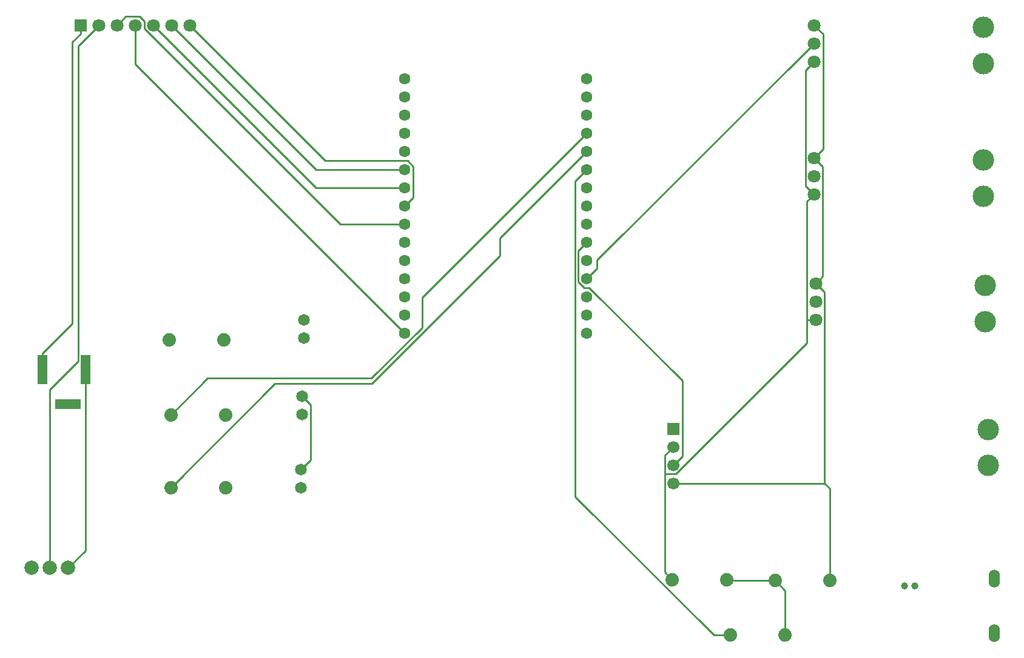
<source format=gbl>
G04 Layer: BottomLayer*
G04 EasyEDA v6.5.42, 2024-05-04 09:00:08*
G04 1b880a871dba45ccba3123794a0e531b,10*
G04 Gerber Generator version 0.2*
G04 Scale: 100 percent, Rotated: No, Reflected: No *
G04 Dimensions in millimeters *
G04 leading zeros omitted , absolute positions ,4 integer and 5 decimal *
%FSLAX45Y45*%
%MOMM*%

%AMMACRO1*21,1,$1,$2,0,0,$3*%
%ADD10C,0.2540*%
%ADD11C,1.0000*%
%ADD12C,1.6510*%
%ADD13C,1.8796*%
%ADD14C,1.6000*%
%ADD15C,3.0000*%
%ADD16R,1.7000X1.7000*%
%ADD17C,1.7000*%
%ADD18C,1.8000*%
%ADD19C,2.0000*%
%ADD20O,1.524X2.54*%
%ADD21MACRO1,1.4X3.999X0.0000*%
%ADD22MACRO1,1.4X3.5004X90.0000*%
%ADD23R,1.8000X1.8000*%

%LPD*%
D10*
X3264029Y4305683D02*
G01*
X3264029Y3759075D01*
X7023102Y2D01*
X7023102Y1524002D02*
G01*
X6129428Y1524002D01*
X3391207Y4262224D01*
X3391207Y4361309D01*
X3325853Y4426663D01*
X3131771Y4426663D01*
X3010029Y4304921D01*
X4025775Y4304921D02*
G01*
X5917694Y2413002D01*
X7062167Y2413002D01*
X7142279Y2332890D01*
X7142279Y1897179D01*
X7023102Y1778002D01*
X3517775Y4305175D02*
G01*
X5790948Y2032002D01*
X7023102Y2032002D01*
X3771775Y4305175D02*
G01*
X5790948Y2286002D01*
X7023102Y2286002D01*
X2565402Y-508048D02*
G01*
X2565402Y-3035297D01*
X2324102Y-3276597D01*
X10769602Y-1841497D02*
G01*
X10897491Y-1713608D01*
X10897491Y-661769D01*
X9600719Y635002D01*
X9527847Y635002D01*
X9444865Y717984D01*
X9444865Y1151765D01*
X9563102Y1270002D01*
X12738102Y4051302D02*
G01*
X9709000Y1022200D01*
X9709000Y907900D01*
X9563102Y762002D01*
X9563102Y2794002D02*
G01*
X7266485Y497385D01*
X7266485Y78132D01*
X6559704Y-628647D01*
X4273552Y-628647D01*
X3759202Y-1142997D01*
X9563102Y2286002D02*
G01*
X9403895Y2126795D01*
X9403895Y-2280892D01*
X11339400Y-4216397D01*
X11569702Y-4216397D01*
X2756029Y4304921D02*
G01*
X2467307Y4016199D01*
X2467307Y-391055D01*
X2070102Y-788261D01*
X2070102Y-3276597D01*
X12738102Y2451102D02*
G01*
X12861013Y2574013D01*
X12861013Y4182391D01*
X12738102Y4305302D01*
X12763502Y698502D02*
G01*
X12860200Y795200D01*
X12860200Y2329004D01*
X12738102Y2451102D01*
X12763502Y698502D02*
G01*
X12882552Y579452D01*
X12882552Y-2095497D01*
X10769602Y-2095497D02*
G01*
X12882552Y-2095497D01*
X12882552Y-2095497D02*
G01*
X12954002Y-2166947D01*
X12954002Y-3454397D01*
X9563102Y2540002D02*
G01*
X8349592Y1326492D01*
X8349592Y1082880D01*
X6563565Y-703145D01*
X5215054Y-703145D01*
X3759202Y-2158997D01*
X12331702Y-4216397D02*
G01*
X12331702Y-3594097D01*
X12192002Y-3454397D01*
X12192002Y-3454397D02*
G01*
X11531602Y-3454397D01*
X11518902Y-3441697D01*
X2502029Y4187471D02*
G01*
X2384071Y4069514D01*
X2384071Y138864D01*
X1965073Y-280134D01*
X2502029Y4305429D02*
G01*
X2502029Y4187471D01*
X1965073Y-394078D02*
G01*
X1965073Y-280134D01*
X12738102Y1943102D02*
G01*
X12619713Y2061491D01*
X12619713Y3678913D01*
X12738102Y3797302D01*
X10654032Y-1966008D02*
G01*
X10654032Y-3338827D01*
X10756902Y-3441697D01*
X10654032Y-1966008D02*
G01*
X10654032Y-1703067D01*
X10769602Y-1587497D01*
X12763502Y190502D02*
G01*
X12639855Y190502D01*
X12738102Y1943102D02*
G01*
X12639855Y1844855D01*
X12639855Y190502D01*
X12639855Y190502D02*
G01*
X12639855Y-134617D01*
X10808464Y-1966008D01*
X10654032Y-1966008D01*
X5575302Y-1904997D02*
G01*
X5713427Y-1766872D01*
X5713427Y-1001722D01*
X5588002Y-876297D01*
X1965073Y-394078D02*
G01*
X1965073Y-508048D01*
D11*
G01*
X14146667Y-3530610D03*
G01*
X13996553Y-3530610D03*
D12*
G01*
X5613400Y190500D03*
G01*
X5613400Y-63500D03*
G01*
X5588000Y-876300D03*
G01*
X5588000Y-1130300D03*
G01*
X5575300Y-1905000D03*
G01*
X5575300Y-2159000D03*
D13*
G01*
X3759200Y-2159000D03*
G01*
X4521200Y-2159000D03*
G01*
X10756900Y-3441700D03*
G01*
X11518900Y-3441700D03*
G01*
X12192000Y-3454400D03*
G01*
X12954000Y-3454400D03*
G01*
X11569700Y-4216400D03*
G01*
X12331700Y-4216400D03*
G01*
X3733800Y-88900D03*
G01*
X4495800Y-88900D03*
G01*
X3759200Y-1143000D03*
G01*
X4521200Y-1143000D03*
D14*
G01*
X9563100Y0D03*
G01*
X9563100Y254000D03*
G01*
X9563100Y508000D03*
G01*
X9563100Y762000D03*
G01*
X9563100Y1016000D03*
G01*
X9563100Y1270000D03*
G01*
X9563100Y1524000D03*
G01*
X9563100Y1778000D03*
G01*
X9563100Y2032000D03*
G01*
X9563100Y2286000D03*
G01*
X9563100Y2540000D03*
G01*
X9563100Y2794000D03*
G01*
X9563100Y3048000D03*
G01*
X9563100Y3302000D03*
G01*
X9563100Y3556000D03*
G01*
X7023100Y3556000D03*
G01*
X7023100Y3302000D03*
G01*
X7023100Y3048000D03*
G01*
X7023100Y2794000D03*
G01*
X7023100Y2540000D03*
G01*
X7023100Y2286000D03*
G01*
X7023100Y2032000D03*
G01*
X7023100Y1778000D03*
G01*
X7023100Y1524000D03*
G01*
X7023100Y1270000D03*
G01*
X7023100Y1016000D03*
G01*
X7023100Y762000D03*
G01*
X7023100Y508000D03*
G01*
X7023100Y254000D03*
G01*
X7023100Y0D03*
D15*
G01*
X15163800Y-1841500D03*
G01*
X15163800Y-1343660D03*
D16*
G01*
X10769600Y-1333500D03*
D17*
G01*
X10769600Y-1587500D03*
G01*
X10769600Y-1841500D03*
G01*
X10769600Y-2095500D03*
D15*
G01*
X15100300Y4279900D03*
G01*
X15100300Y3771900D03*
D18*
G01*
X12738100Y4305300D03*
G01*
X12738100Y4051300D03*
G01*
X12738100Y3797300D03*
D15*
G01*
X15100300Y2425700D03*
G01*
X15100300Y1917700D03*
D18*
G01*
X12738100Y2451100D03*
G01*
X12738100Y2197100D03*
G01*
X12738100Y1943100D03*
D15*
G01*
X15125700Y673100D03*
G01*
X15125700Y165100D03*
D18*
G01*
X12763500Y698500D03*
G01*
X12763500Y444500D03*
G01*
X12763500Y190500D03*
D19*
G01*
X1816100Y-3276600D03*
G01*
X2070100Y-3276600D03*
G01*
X2324100Y-3276600D03*
D20*
G01*
X15252700Y-3429000D03*
G01*
X15252700Y-4191000D03*
D21*
G01*
X2565400Y-508050D03*
G01*
X1965071Y-508050D03*
D22*
G01*
X2325382Y-988009D03*
D23*
G01*
X2502027Y4305427D03*
D18*
G01*
X4025772Y4304919D03*
G01*
X3771772Y4305172D03*
G01*
X3517772Y4305172D03*
G01*
X3264027Y4305680D03*
G01*
X3010027Y4304919D03*
G01*
X2756027Y4304919D03*
M02*

</source>
